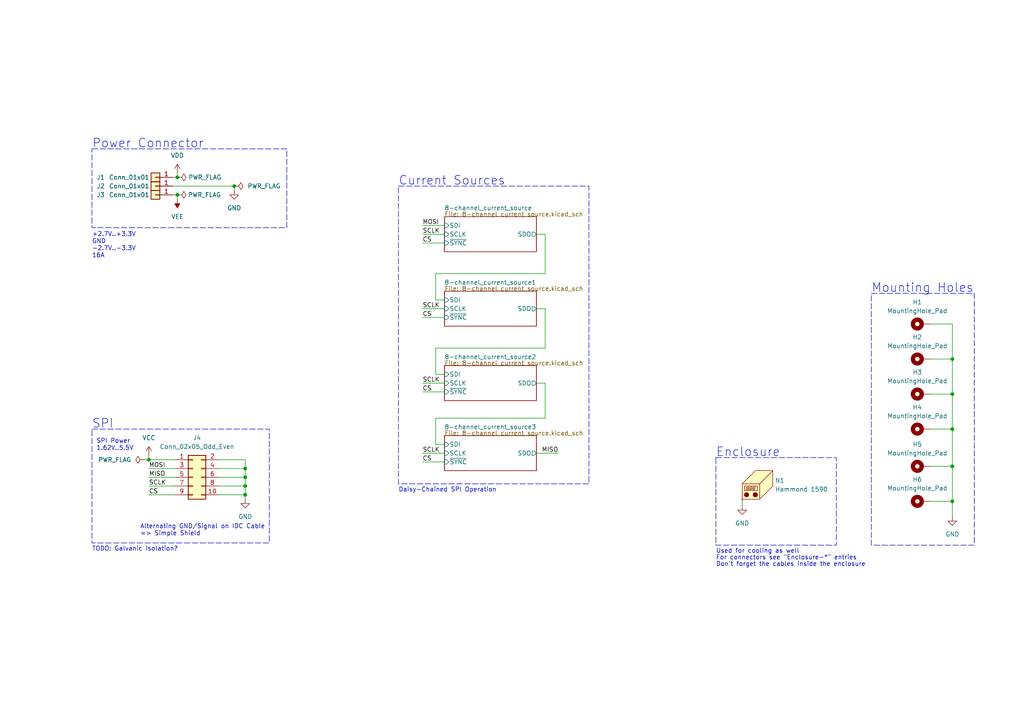
<source format=kicad_sch>
(kicad_sch (version 20230121) (generator eeschema)
  (paper "A4")
  (title_block (title "32-Channel Programmable Current Source") (date "2023-06-29") (rev "1") (company "ETH Zürich") (comment 1 "Maximilian Stabel"))
  (lib_symbols
    (symbol "Connector_Generic:Conn_01x01" (pin_names (offset 1.016) hide)
      (property "Reference" "J" (at 0 2.54 0))
      (property "Value" "Conn_01x01" (at 0 -2.54 0))
      (symbol "Conn_01x01_1_1"
        (rectangle (start -1.27 0.127) (end 0 -0.127) (stroke (width 0.1524)))
        (rectangle (start -1.27 1.27) (end 1.27 -1.27) (stroke (width 0.254)) (fill (type background)))
        (pin passive line (at -5.08 0 0) (length 3.81) (name "Pin_1") (number "1"))
      )
    )
    (symbol "Connector_Generic:Conn_02x05_Odd_Even" (pin_names (offset 1.016) hide)
      (property "Reference" "J" (at 1.27 7.62 0))
      (property "Value" "Conn_02x05_Odd_Even" (at 1.27 -7.62 0))
      (symbol "Conn_02x05_Odd_Even_1_1"
        (rectangle (start -1.27 -4.953) (end 0 -5.207) (stroke (width 0.1524)))
        (rectangle (start -1.27 -2.413) (end 0 -2.667) (stroke (width 0.1524)))
        (rectangle (start -1.27 0.127) (end 0 -0.127) (stroke (width 0.1524)))
        (rectangle (start -1.27 2.667) (end 0 2.413) (stroke (width 0.1524)))
        (rectangle (start -1.27 5.207) (end 0 4.953) (stroke (width 0.1524)))
        (rectangle (start -1.27 6.35) (end 3.81 -6.35) (stroke (width 0.254)) (fill (type background)))
        (rectangle (start 3.81 -4.953) (end 2.54 -5.207) (stroke (width 0.1524)))
        (rectangle (start 3.81 -2.413) (end 2.54 -2.667) (stroke (width 0.1524)))
        (rectangle (start 3.81 0.127) (end 2.54 -0.127) (stroke (width 0.1524)))
        (rectangle (start 3.81 2.667) (end 2.54 2.413) (stroke (width 0.1524)))
        (rectangle (start 3.81 5.207) (end 2.54 4.953) (stroke (width 0.1524)))
        (pin passive line (at -5.08 5.08 0) (length 3.81) (name "Pin_1") (number "1"))
        (pin passive line (at 7.62 -5.08 180) (length 3.81) (name "Pin_10") (number "10"))
        (pin passive line (at 7.62 5.08 180) (length 3.81) (name "Pin_2") (number "2"))
        (pin passive line (at -5.08 2.54 0) (length 3.81) (name "Pin_3") (number "3"))
        (pin passive line (at 7.62 2.54 180) (length 3.81) (name "Pin_4") (number "4"))
        (pin passive line (at -5.08 0 0) (length 3.81) (name "Pin_5") (number "5"))
        (pin passive line (at 7.62 0 180) (length 3.81) (name "Pin_6") (number "6"))
        (pin passive line (at -5.08 -2.54 0) (length 3.81) (name "Pin_7") (number "7"))
        (pin passive line (at 7.62 -2.54 180) (length 3.81) (name "Pin_8") (number "8"))
        (pin passive line (at -5.08 -5.08 0) (length 3.81) (name "Pin_9") (number "9"))
      )
    )
    (symbol "Mechanical:Housing_Pad" (pin_numbers hide) (pin_names (offset 1.016) hide)
      (property "Reference" "N" (at 4.445 0 0))
      (property "Value" "Housing_Pad" (at 4.445 -1.905 0))
      (symbol "Housing_Pad_0_1"
        (rectangle (start -4.445 -0.635) (end -0.635 -1.905))
        (circle (center -3.81 -3.175) (radius 0.635) (fill (type outline)))
        (circle (center -1.27 -3.175) (radius 0.635) (fill (type outline)))
        (polyline (pts (xy -3.8862 -1.5748) (xy -3.8354 -1.3716)))
        (polyline (pts (xy -3.7846 -1.6764) (xy -3.429 -1.6764)))
        (polyline (pts (xy -3.7846 -1.2192) (xy -3.7338 -0.9652)))
        (polyline (pts (xy -3.683 -1.3208) (xy -3.3782 -1.3208)))
        (polyline (pts (xy -3.5814 -0.9144) (xy -3.2766 -0.9144)))
        (polyline (pts (xy -3.2766 -1.6256) (xy -3.2258 -1.3716)))
        (polyline (pts (xy -3.175 -1.2192) (xy -3.1242 -0.9652)))
        (polyline (pts (xy -2.9718 -1.5748) (xy -2.921 -1.3716)))
        (polyline (pts (xy -2.8702 -1.6764) (xy -2.5146 -1.6764)))
        (polyline (pts (xy -2.8702 -1.2192) (xy -2.8194 -0.9652)))
        (polyline (pts (xy -2.7686 -1.3208) (xy -2.4638 -1.3208)))
        (polyline (pts (xy -2.667 -0.9144) (xy -2.3622 -0.9144)))
        (polyline (pts (xy -2.3622 -1.6256) (xy -2.3114 -1.3716)))
        (polyline (pts (xy -2.2606 -1.2192) (xy -2.2098 -0.9652)))
        (polyline (pts (xy -2.0574 -1.5748) (xy -2.0066 -1.3716)))
        (polyline (pts (xy -1.9558 -1.6764) (xy -1.6002 -1.6764)))
        (polyline (pts (xy -1.9558 -1.2192) (xy -1.905 -0.9652)))
        (polyline (pts (xy -1.8542 -1.3208) (xy -1.5494 -1.3208)))
        (polyline (pts (xy -1.7526 -0.9144) (xy -1.4478 -0.9144)))
        (polyline (pts (xy -1.4478 -1.6256) (xy -1.397 -1.3716)))
        (polyline (pts (xy -1.3462 -1.2192) (xy -1.2954 -0.9652)))
        (polyline (pts (xy 0 0) (xy 0 -4.445)))
        (polyline (pts (xy -5.08 0) (xy 0 0) (xy 3.81 3.81)))
        (polyline (pts (xy -5.08 0) (xy -5.08 -4.445) (xy 0 -4.445) (xy 3.81 -0.635) (xy 3.81 3.81) (xy -1.27 3.81) (xy -5.08 0)) (fill (type background)))
      )
      (symbol "Housing_Pad_1_1"
        (pin input line (at -5.08 -5.08 90) (length 2.54) (name "PAD") (number "1"))
      )
    )
    (symbol "Mechanical:MountingHole_Pad" (pin_numbers hide) (pin_names (offset 1.016) hide)
      (property "Reference" "H" (at 0 6.35 0))
      (property "Value" "MountingHole_Pad" (at 0 4.445 0))
      (symbol "MountingHole_Pad_0_1"
        (circle (center 0 1.27) (radius 1.27) (stroke (width 1.27)))
      )
      (symbol "MountingHole_Pad_1_1"
        (pin input line (at 0 -2.54 90) (length 2.54) (name "1") (number "1"))
      )
    )
    (symbol "power:GND" (power) (pin_names (offset 0))
      (property "Value" "GND" (at 0 -3.81 0))
      (symbol "GND_0_1"
        (polyline (pts (xy 0 0) (xy 0 -1.27) (xy 1.27 -1.27) (xy 0 -2.54) (xy -1.27 -1.27) (xy 0 -1.27)))
      )
      (symbol "GND_1_1"
        (pin power_in line (at 0 0 270) (length 0) hide (name "GND") (number "1"))
      )
    )
    (symbol "power:PWR_FLAG" (power) (pin_numbers hide) (pin_names (offset 0) hide)
      (property "Value" "PWR_FLAG" (at 0 3.81 0))
      (symbol "PWR_FLAG_0_0"
        (pin power_out line (at 0 0 90) (length 0) (name "pwr") (number "1"))
      )
      (symbol "PWR_FLAG_0_1"
        (polyline (pts (xy 0 0) (xy 0 1.27) (xy -1.016 1.905) (xy 0 2.54) (xy 1.016 1.905) (xy 0 1.27)))
      )
    )
    (symbol "power:VCC" (power) (pin_names (offset 0))
      (property "Value" "VCC" (at 0 3.81 0))
      (symbol "VCC_0_1"
        (polyline (pts (xy -0.762 1.27) (xy 0 2.54)))
        (polyline (pts (xy 0 0) (xy 0 2.54)))
        (polyline (pts (xy 0 2.54) (xy 0.762 1.27)))
      )
      (symbol "VCC_1_1"
        (pin power_in line (at 0 0 90) (length 0) hide (name "VCC") (number "1"))
      )
    )
    (symbol "power:VDD" (power) (pin_names (offset 0))
      (property "Value" "VDD" (at 0 3.81 0))
      (symbol "VDD_0_1"
        (polyline (pts (xy -0.762 1.27) (xy 0 2.54)))
        (polyline (pts (xy 0 0) (xy 0 2.54)))
        (polyline (pts (xy 0 2.54) (xy 0.762 1.27)))
      )
      (symbol "VDD_1_1"
        (pin power_in line (at 0 0 90) (length 0) hide (name "VDD") (number "1"))
      )
    )
    (symbol "power:VEE" (power) (pin_names (offset 0))
      (property "Value" "VEE" (at 0 3.81 0))
      (symbol "VEE_0_1"
        (polyline (pts (xy 0 0) (xy 0 2.54)))
        (polyline (pts (xy 0.762 1.27) (xy -0.762 1.27) (xy 0 2.54) (xy 0.762 1.27)) (fill (type outline)))
      )
      (symbol "VEE_1_1"
        (pin power_in line (at 0 0 90) (length 0) hide (name "VEE") (number "1"))
      )
    )
  )
  (junction (at 276.225 145.415))
  (junction (at 67.945 53.975))
  (junction (at 51.435 51.435))
  (junction (at 276.225 135.255))
  (junction (at 276.225 104.14))
  (junction (at 71.12 138.43))
  (junction (at 51.435 56.515))
  (junction (at 43.18 133.35))
  (junction (at 276.225 114.3))
  (junction (at 71.12 135.89))
  (junction (at 71.12 143.51))
  (junction (at 276.225 124.46))
  (junction (at 71.12 140.97))
  (wire (pts (xy 276.225 104.14) (xy 276.225 93.98)))
  (wire (pts (xy 276.225 124.46) (xy 276.225 114.3)))
  (wire (pts (xy 51.435 56.515) (xy 51.435 57.785)))
  (wire (pts (xy 67.945 53.975) (xy 50.165 53.975)))
  (wire (pts (xy 71.12 140.97) (xy 71.12 143.51)))
  (wire (pts (xy 155.575 111.125) (xy 158.115 111.125)))
  (wire (pts (xy 122.555 131.445) (xy 128.905 131.445)))
  (wire (pts (xy 43.18 143.51) (xy 50.8 143.51)))
  (wire (pts (xy 269.875 145.415) (xy 276.225 145.415)))
  (wire (pts (xy 122.555 70.485) (xy 128.905 70.485)))
  (wire (pts (xy 122.555 65.405) (xy 128.905 65.405)))
  (wire (pts (xy 43.18 133.35) (xy 50.8 133.35)))
  (wire (pts (xy 158.115 89.535) (xy 158.115 100.965)))
  (wire (pts (xy 122.555 92.075) (xy 128.905 92.075)))
  (wire (pts (xy 63.5 143.51) (xy 71.12 143.51)))
  (wire (pts (xy 126.365 108.585) (xy 128.905 108.585)))
  (wire (pts (xy 276.225 135.255) (xy 276.225 124.46)))
  (wire (pts (xy 155.575 89.535) (xy 158.115 89.535)))
  (wire (pts (xy 126.365 121.285) (xy 126.365 128.905)))
  (wire (pts (xy 63.5 135.89) (xy 71.12 135.89)))
  (wire (pts (xy 269.875 114.3) (xy 276.225 114.3)))
  (wire (pts (xy 41.91 133.35) (xy 43.18 133.35)))
  (wire (pts (xy 63.5 140.97) (xy 71.12 140.97)))
  (wire (pts (xy 276.225 149.86) (xy 276.225 145.415)))
  (wire (pts (xy 67.945 53.975) (xy 67.945 55.245)))
  (wire (pts (xy 122.555 113.665) (xy 128.905 113.665)))
  (wire (pts (xy 126.365 100.965) (xy 126.365 108.585)))
  (wire (pts (xy 43.18 138.43) (xy 50.8 138.43)))
  (wire (pts (xy 155.575 131.445) (xy 161.925 131.445)))
  (wire (pts (xy 126.365 79.375) (xy 126.365 86.995)))
  (wire (pts (xy 71.12 143.51) (xy 71.12 144.78)))
  (wire (pts (xy 71.12 135.89) (xy 71.12 138.43)))
  (wire (pts (xy 122.555 67.945) (xy 128.905 67.945)))
  (wire (pts (xy 276.225 124.46) (xy 269.875 124.46)))
  (wire (pts (xy 43.18 135.89) (xy 50.8 135.89)))
  (wire (pts (xy 276.225 114.3) (xy 276.225 104.14)))
  (wire (pts (xy 158.115 111.125) (xy 158.115 121.285)))
  (wire (pts (xy 158.115 67.945) (xy 158.115 79.375)))
  (wire (pts (xy 276.225 93.98) (xy 269.875 93.98)))
  (wire (pts (xy 269.875 135.255) (xy 276.225 135.255)))
  (wire (pts (xy 158.115 121.285) (xy 126.365 121.285)))
  (wire (pts (xy 63.5 133.35) (xy 71.12 133.35)))
  (wire (pts (xy 122.555 89.535) (xy 128.905 89.535)))
  (wire (pts (xy 122.555 111.125) (xy 128.905 111.125)))
  (wire (pts (xy 51.435 56.515) (xy 50.165 56.515)))
  (wire (pts (xy 71.12 138.43) (xy 71.12 140.97)))
  (wire (pts (xy 43.18 132.08) (xy 43.18 133.35)))
  (wire (pts (xy 122.555 133.985) (xy 128.905 133.985)))
  (wire (pts (xy 51.435 51.435) (xy 51.435 50.165)))
  (wire (pts (xy 276.225 145.415) (xy 276.225 135.255)))
  (wire (pts (xy 155.575 67.945) (xy 158.115 67.945)))
  (wire (pts (xy 51.435 51.435) (xy 50.165 51.435)))
  (wire (pts (xy 158.115 79.375) (xy 126.365 79.375)))
  (wire (pts (xy 63.5 138.43) (xy 71.12 138.43)))
  (wire (pts (xy 126.365 128.905) (xy 128.905 128.905)))
  (wire (pts (xy 158.115 100.965) (xy 126.365 100.965)))
  (wire (pts (xy 43.18 140.97) (xy 50.8 140.97)))
  (wire (pts (xy 215.265 145.415) (xy 215.265 146.685)))
  (wire (pts (xy 126.365 86.995) (xy 128.905 86.995)))
  (wire (pts (xy 276.225 104.14) (xy 269.875 104.14)))
  (wire (pts (xy 71.12 133.35) (xy 71.12 135.89)))
  (rectangle (start 207.645 132.715) (end 242.57 158.115) (stroke (width 0) (type dash)))
  (rectangle (start 115.57 53.975) (end 170.815 140.335) (stroke (width 0) (type dash)))
  (rectangle (start 252.73 85.09) (end 282.575 158.115) (stroke (width 0) (type dash)))
  (rectangle (start 26.67 43.18) (end 83.185 66.04) (stroke (width 0) (type dash)))
  (rectangle (start 26.67 124.46) (end 78.105 157.48) (stroke (width 0) (type dash)))
  (text "+2.7V..+3.3V\nGND\n-2.7V..-3.3V\n16A" (at 26.67 74.93 0) (effects (font (size 1.27 1.27)) (justify left bottom)))
  (text "Current Sources" (at 115.57 53.975 0) (effects (font (size 2.54 2.54)) (justify left bottom)))
  (text "SPI Power\n1.62V..5.5V" (at 27.94 130.81 0) (effects (font (size 1.27 1.27)) (justify left bottom)))
  (text "Don't forget the cables inside the enclosure" (at 207.645 164.465 0) (effects (font (size 1.27 1.27)) (justify left bottom)))
  (text "Power Connector" (at 26.67 43.18 0) (effects (font (size 2.54 2.54)) (justify left bottom)))
  (text "Enclosure" (at 207.645 132.715 0) (effects (font (size 2.54 2.54)) (justify left bottom)))
  (text "Alternating GND/Signal on IDC Cable\n=> Simple Shield" (at 40.64 155.575 0) (effects (font (size 1.27 1.27)) (justify left bottom)))
  (text "For connectors see \"Enclosure-*\" entries" (at 207.645 162.56 0) (effects (font (size 1.27 1.27)) (justify left bottom)))
  (text "Mounting Holes" (at 252.73 85.09 0) (effects (font (size 2.54 2.54)) (justify left bottom)))
  (text "TODO: Galvanic Isolation?" (at 26.67 160.02 0) (effects (font (size 1.27 1.27)) (justify left bottom)))
  (text "Used for cooling as well" (at 207.645 160.655 0) (effects (font (size 1.27 1.27)) (justify left bottom)))
  (text "Daisy-Chained SPI Operation" (at 115.57 142.875 0) (effects (font (size 1.27 1.27)) (justify left bottom)))
  (text "SPI" (at 26.67 124.46 0) (effects (font (size 2.54 2.54)) (justify left bottom)))
  (label "SCLK" (at 122.555 111.125 0))
  (label "CS" (at 122.555 133.985 0))
  (label "MOSI" (at 43.18 135.89 0))
  (label "CS" (at 122.555 113.665 0))
  (label "MOSI" (at 122.555 65.405 0))
  (label "SCLK" (at 122.555 131.445 0))
  (label "SCLK" (at 43.18 140.97 0))
  (label "CS" (at 122.555 92.075 0))
  (label "MISO" (at 161.925 131.445 180))
  (label "SCLK" (at 122.555 89.535 0))
  (label "CS" (at 43.18 143.51 0))
  (label "CS" (at 122.555 70.485 0))
  (label "SCLK" (at 122.555 67.945 0))
  (label "MISO" (at 43.18 138.43 0))
  (symbol (lib_id "power:GND") (at 67.945 55.245 0) (mirror y) (unit 1)
    (property "Reference" "#PWR03" (effects hide))
    (property "Value" "GND" (at 67.945 60.325 0))
  )
  (symbol (lib_id "power:GND") (at 276.225 149.86 0) (unit 1)
    (property "Reference" "#PWR0210" (effects hide))
    (property "Value" "GND" (at 276.225 154.94 0))
  )
  (symbol (lib_id "power:VCC") (at 43.18 132.08 0) (unit 1)
    (property "Reference" "#PWR01" (effects hide))
    (property "Value" "VCC" (at 43.18 127 0))
  )
  (symbol (lib_id "power:VDD") (at 51.435 50.165 0) (mirror y) (unit 1)
    (property "Reference" "#PWR02" (effects hide))
    (property "Value" "VDD" (at 51.435 45.085 0))
  )
  (symbol (lib_id "Connector_Generic:Conn_01x01") (at 45.085 53.975 180) (unit 1)
    (property "Reference" "J2" (at 29.21 53.975 0))
    (property "Value" "Conn_01x01" (at 37.465 53.975 0))
    (property "Footprint" "Connector_Wire:SolderWirePad_1x01_SMD_5x10mm" (effects hide))
    (property "Enclosure-MPN" "6092" (effects hide))
    (property "Enclosure-Mouser" "534-6092" (effects hide))
    (property "Enclosure-Datasheet" "https://www.mouser.ch/datasheet/2/215/092-743448.pdf" (effects hide))
  )
  (symbol (lib_id "Mechanical:MountingHole_Pad") (at 267.335 114.3 90) (unit 1) (in_bom no)
    (property "Reference" "H3" (at 266.065 107.95 90))
    (property "Value" "MountingHole_Pad" (at 266.065 110.49 90))
    (property "Footprint" "MountingHole:MountingHole_6.4mm_M6_ISO14580_Pad" (effects hide))
  )
  (symbol (lib_id "Connector_Generic:Conn_01x01") (at 45.085 56.515 180) (unit 1) (in_bom no)
    (property "Reference" "J3" (at 29.21 56.515 0))
    (property "Value" "Conn_01x01" (at 37.465 56.515 0))
    (property "Footprint" "Connector_Wire:SolderWirePad_1x01_SMD_5x10mm" (effects hide))
    (property "Enclosure-Datasheet" "https://www.mouser.ch/datasheet/2/215/091-744596.pdf" (effects hide))
    (property "Enclosure-MPN" "6091" (effects hide))
    (property "Enclosure-Mouser" "534-6091" (effects hide))
  )
  (symbol (lib_id "power:GND") (at 215.265 146.685 0) (unit 1)
    (property "Reference" "#PWR0211" (effects hide))
    (property "Value" "GND" (at 215.265 151.765 0))
  )
  (symbol (lib_id "Connector_Generic:Conn_01x01") (at 45.085 51.435 180) (unit 1)
    (property "Reference" "J1" (at 29.21 51.435 0))
    (property "Value" "Conn_01x01" (at 37.465 51.435 0))
    (property "Footprint" "Connector_Wire:SolderWirePad_1x01_SMD_5x10mm" (effects hide))
    (property "Enclosure-Datasheet" "https://www.mouser.ch/datasheet/2/215/091-744596.pdf" (effects hide))
    (property "Enclosure-MPN" "6091" (effects hide))
    (property "Enclosure-Mouser" "534-6091" (effects hide))
  )
  (symbol (lib_id "Mechanical:MountingHole_Pad") (at 267.335 104.14 90) (unit 1) (in_bom no)
    (property "Reference" "H2" (at 266.065 97.79 90))
    (property "Value" "MountingHole_Pad" (at 266.065 100.33 90))
    (property "Footprint" "MountingHole:MountingHole_6.4mm_M6_ISO14580_Pad" (effects hide))
  )
  (symbol (lib_id "Mechanical:MountingHole_Pad") (at 267.335 124.46 90) (unit 1) (in_bom no)
    (property "Reference" "H4" (at 266.065 118.11 90))
    (property "Value" "MountingHole_Pad" (at 266.065 120.65 90))
    (property "Footprint" "MountingHole:MountingHole_6.4mm_M6_ISO14580_Pad" (effects hide))
  )
  (symbol (lib_id "power:VEE") (at 51.435 57.785 0) (mirror x) (unit 1)
    (property "Reference" "#PWR04" (effects hide))
    (property "Value" "VEE" (at 51.435 62.865 0))
  )
  (symbol (lib_id "Mechanical:Housing_Pad") (at 220.345 140.335 0) (unit 1) (on_board no)
    (property "Reference" "N1" (at 224.79 139.3825 0) (effects (justify left)))
    (property "Value" "Hammond 1590" (at 224.79 141.9225 0) (effects (justify left)))
    (property "Datasheet" "https://www.hammfg.com/files/parts/pdf/1590Z150.pdf" (effects hide))
    (property "MPN" "1590Z150" (effects hide))
    (property "Mouser" "546-1590Z150" (effects hide))
  )
  (symbol (lib_id "Connector_Generic:Conn_02x05_Odd_Even") (at 55.88 138.43 0) (unit 1)
    (property "Reference" "J4" (at 57.15 127 0))
    (property "Value" "Conn_02x05_Odd_Even" (at 57.15 129.54 0))
    (property "Footprint" "Connector_IDC:IDC-Header_2x05_P2.54mm_Vertical_SMD" (effects hide))
    (property "Datasheet" "https://cdn.amphenol-cs.com/media/wysiwyg/files/documentation/datasheet/boardwiretoboard/bwb_quickie.pdf" (effects hide))
    (property "MPN" "72454-010LF" (effects hide))
    (property "Mouser" "649-72454-010LF" (effects hide))
    (property "Receptacle-MPN" "71600-310LF" (effects hide))
    (property "Receptacle-Mouser" "649-71600-310LF" (effects hide))
    (property "Receptacle-Datasheet" "https://cdn.amphenol-cs.com/media/wysiwyg/files/documentation/datasheet/boardwiretoboard/bwb_quickie.pdf" (effects hide))
    (property "Enclosure-MPN" "4610-6000" (effects hide))
    (property "Enclosure-Mouser" "517-4610-6000" (effects hide))
    (property "Enclosure-Datasheet" "https://www.mouser.ch/datasheet/2/1/7f640c6e18f1d8480b1473bdf6945ae5d8ffc071-2951651.pdf" (effects hide))
    (property "Notes" "10 pos, 2 row, DIN41651, 2.54mm PCB pitch, 1.27mm cable pitch, center key, no latch" (effects hide))
  )
  (symbol (lib_id "power:PWR_FLAG") (at 41.91 133.35 90) (unit 1)
    (property "Reference" "#FLG01" (effects hide))
    (property "Value" "PWR_FLAG" (at 38.1 133.35 90) (effects (justify left)))
  )
  (symbol (lib_id "power:PWR_FLAG") (at 51.435 51.435 270) (mirror x) (unit 1)
    (property "Reference" "#FLG02" (effects hide))
    (property "Value" "PWR_FLAG" (at 54.61 51.435 90) (effects (justify left)))
  )
  (symbol (lib_id "Mechanical:MountingHole_Pad") (at 267.335 145.415 90) (unit 1) (in_bom no)
    (property "Reference" "H6" (at 266.065 139.065 90))
    (property "Value" "MountingHole_Pad" (at 266.065 141.605 90))
    (property "Footprint" "MountingHole:MountingHole_6.4mm_M6_ISO14580_Pad" (effects hide))
  )
  (symbol (lib_id "power:GND") (at 71.12 144.78 0) (unit 1)
    (property "Reference" "#PWR05" (effects hide))
    (property "Value" "GND" (at 71.12 149.86 0))
  )
  (symbol (lib_id "Mechanical:MountingHole_Pad") (at 267.335 135.255 90) (unit 1) (in_bom no)
    (property "Reference" "H5" (at 266.065 128.905 90))
    (property "Value" "MountingHole_Pad" (at 266.065 131.445 90))
    (property "Footprint" "MountingHole:MountingHole_6.4mm_M6_ISO14580_Pad" (effects hide))
  )
  (symbol (lib_id "power:PWR_FLAG") (at 51.435 56.515 270) (unit 1)
    (property "Reference" "#FLG04" (effects hide))
    (property "Value" "PWR_FLAG" (at 64.135 56.515 90) (effects (justify right)))
  )
  (symbol (lib_id "Mechanical:MountingHole_Pad") (at 267.335 93.98 90) (unit 1) (in_bom no)
    (property "Reference" "H1" (at 266.065 87.63 90))
    (property "Value" "MountingHole_Pad" (at 266.065 90.17 90))
    (property "Footprint" "MountingHole:MountingHole_6.4mm_M6_ISO14580_Pad" (effects hide))
  )
  (symbol (lib_id "power:PWR_FLAG") (at 67.945 53.975 270) (mirror x) (unit 1)
    (property "Reference" "#FLG03" (effects hide))
    (property "Value" "PWR_FLAG" (at 71.755 53.975 90) (effects (justify left)))
  )
  (sheet (at 128.905 62.865) (size 26.67 10.16) (stroke (width 0.1524))
    (property "Sheetname" "8-channel_current_source" (at 128.905 60.325 0) (effects (justify left)))
    (property "Sheetfile" "8-channel_current_source.kicad_sch" (at 128.905 62.865 0) (effects (justify left bottom)))
    (pin "~{SYNC}" input (at 128.905 70.485 180))
    (pin "SDI" input (at 128.905 65.405 180))
    (pin "SCLK" input (at 128.905 67.945 180))
    (pin "SDO" output (at 155.575 67.945 0))
  )
  (sheet (at 128.905 106.045) (size 26.67 10.16) (stroke (width 0.1524))
    (property "Sheetname" "8-channel_current_source2" (at 128.905 103.505 0) (effects (justify left)))
    (property "Sheetfile" "8-channel_current_source.kicad_sch" (at 128.905 106.045 0) (effects (justify left bottom)))
    (pin "~{SYNC}" input (at 128.905 113.665 180))
    (pin "SDI" input (at 128.905 108.585 180))
    (pin "SCLK" input (at 128.905 111.125 180))
    (pin "SDO" output (at 155.575 111.125 0))
  )
  (sheet (at 128.905 84.455) (size 26.67 10.16) (stroke (width 0.1524))
    (property "Sheetname" "8-channel_current_source1" (at 128.905 81.915 0) (effects (justify left)))
    (property "Sheetfile" "8-channel_current_source.kicad_sch" (at 128.905 84.455 0) (effects (justify left bottom)))
    (pin "~{SYNC}" input (at 128.905 92.075 180))
    (pin "SDI" input (at 128.905 86.995 180))
    (pin "SCLK" input (at 128.905 89.535 180))
    (pin "SDO" output (at 155.575 89.535 0))
  )
  (sheet (at 128.905 126.365) (size 26.67 10.16) (stroke (width 0.1524))
    (property "Sheetname" "8-channel_current_source3" (at 128.905 123.825 0) (effects (justify left)))
    (property "Sheetfile" "8-channel_current_source.kicad_sch" (at 128.905 126.365 0) (effects (justify left bottom)))
    (pin "~{SYNC}" input (at 128.905 133.985 180))
    (pin "SDI" input (at 128.905 128.905 180))
    (pin "SCLK" input (at 128.905 131.445 180))
    (pin "SDO" output (at 155.575 131.445 0))
  )
)
</source>
